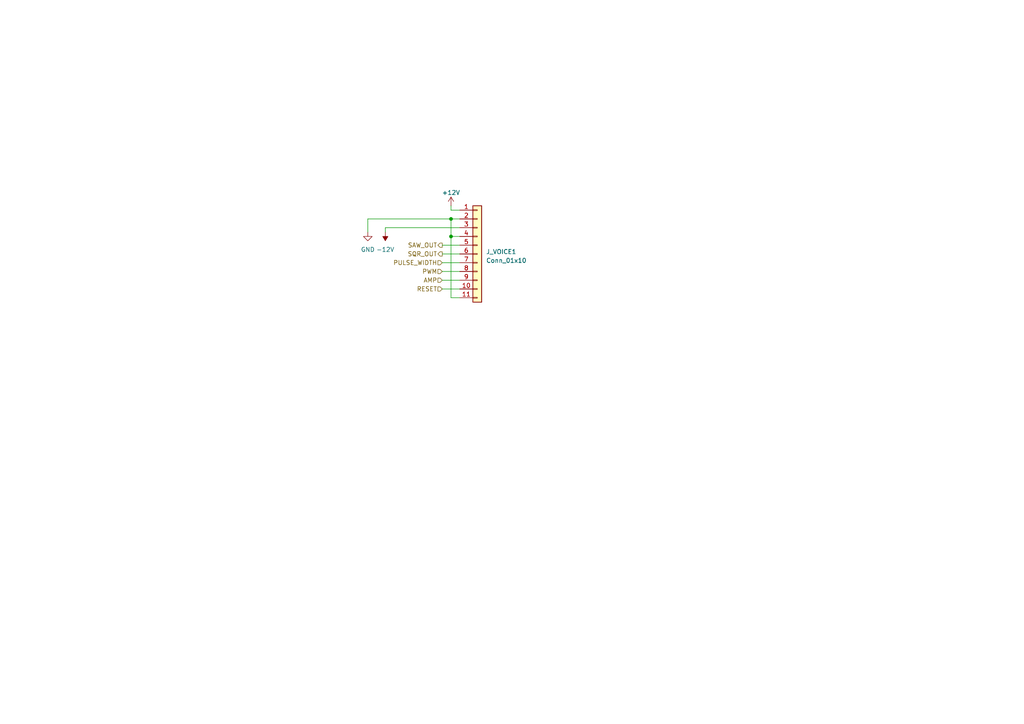
<source format=kicad_sch>
(kicad_sch (version 20230121) (generator eeschema)
  (paper "A4")
  (lib_symbols
    (symbol "Connector_Generic:Conn_01x11" (pin_names (offset 1.016) hide)
      (property "Reference" "J" (at 0 15.24 0))
      (property "Value" "Conn_01x11" (at 0 -15.24 0))
      (symbol "Conn_01x11_1_1"
        (rectangle (start -1.27 -12.573) (end 0 -12.827) (stroke (width 0.1524)))
        (rectangle (start -1.27 -10.033) (end 0 -10.287) (stroke (width 0.1524)))
        (rectangle (start -1.27 -7.493) (end 0 -7.747) (stroke (width 0.1524)))
        (rectangle (start -1.27 -4.953) (end 0 -5.207) (stroke (width 0.1524)))
        (rectangle (start -1.27 -2.413) (end 0 -2.667) (stroke (width 0.1524)))
        (rectangle (start -1.27 0.127) (end 0 -0.127) (stroke (width 0.1524)))
        (rectangle (start -1.27 2.667) (end 0 2.413) (stroke (width 0.1524)))
        (rectangle (start -1.27 5.207) (end 0 4.953) (stroke (width 0.1524)))
        (rectangle (start -1.27 7.747) (end 0 7.493) (stroke (width 0.1524)))
        (rectangle (start -1.27 10.287) (end 0 10.033) (stroke (width 0.1524)))
        (rectangle (start -1.27 12.827) (end 0 12.573) (stroke (width 0.1524)))
        (rectangle (start -1.27 13.97) (end 1.27 -13.97) (stroke (width 0.254)) (fill (type background)))
        (pin passive line (at -5.08 12.7 0) (length 3.81) (name "Pin_1") (number "1"))
        (pin passive line (at -5.08 -10.16 0) (length 3.81) (name "Pin_10") (number "10"))
        (pin passive line (at -5.08 -12.7 0) (length 3.81) (name "Pin_11") (number "11"))
        (pin passive line (at -5.08 10.16 0) (length 3.81) (name "Pin_2") (number "2"))
        (pin passive line (at -5.08 7.62 0) (length 3.81) (name "Pin_3") (number "3"))
        (pin passive line (at -5.08 5.08 0) (length 3.81) (name "Pin_4") (number "4"))
        (pin passive line (at -5.08 2.54 0) (length 3.81) (name "Pin_5") (number "5"))
        (pin passive line (at -5.08 0 0) (length 3.81) (name "Pin_6") (number "6"))
        (pin passive line (at -5.08 -2.54 0) (length 3.81) (name "Pin_7") (number "7"))
        (pin passive line (at -5.08 -5.08 0) (length 3.81) (name "Pin_8") (number "8"))
        (pin passive line (at -5.08 -7.62 0) (length 3.81) (name "Pin_9") (number "9"))
      )
    )
    (symbol "power:+12V" (power) (pin_names (offset 0))
      (property "Value" "+12V" (at 0 3.556 0))
      (symbol "+12V_0_1"
        (polyline (pts (xy -0.762 1.27) (xy 0 2.54)))
        (polyline (pts (xy 0 0) (xy 0 2.54)))
        (polyline (pts (xy 0 2.54) (xy 0.762 1.27)))
      )
      (symbol "+12V_1_1"
        (pin power_in line (at 0 0 90) (length 0) hide (name "+12V") (number "1"))
      )
    )
    (symbol "power:-12V" (power) (pin_names (offset 0))
      (property "Value" "-12V" (at 0 3.81 0))
      (symbol "-12V_0_0"
        (pin power_in line (at 0 0 90) (length 0) hide (name "-12V") (number "1"))
      )
      (symbol "-12V_0_1"
        (polyline (pts (xy 0 0) (xy 0 1.27) (xy 0.762 1.27) (xy 0 2.54) (xy -0.762 1.27) (xy 0 1.27)) (fill (type outline)))
      )
    )
    (symbol "power:GND" (power) (pin_names (offset 0))
      (property "Value" "GND" (at 0 -3.81 0))
      (symbol "GND_0_1"
        (polyline (pts (xy 0 0) (xy 0 -1.27) (xy 1.27 -1.27) (xy 0 -2.54) (xy -1.27 -1.27) (xy 0 -1.27)))
      )
      (symbol "GND_1_1"
        (pin power_in line (at 0 0 270) (length 0) hide (name "GND") (number "1"))
      )
    )
  )
  (junction (at 130.81 68.58))
  (junction (at 130.81 63.5))
  (wire (pts (xy 128.27 78.74) (xy 133.35 78.74)))
  (wire (pts (xy 130.81 86.36) (xy 130.81 68.58)))
  (wire (pts (xy 133.35 86.36) (xy 130.81 86.36)))
  (wire (pts (xy 133.35 68.58) (xy 130.81 68.58)))
  (wire (pts (xy 128.27 83.82) (xy 133.35 83.82)))
  (wire (pts (xy 128.27 71.12) (xy 133.35 71.12)))
  (wire (pts (xy 130.81 63.5) (xy 133.35 63.5)))
  (wire (pts (xy 128.27 73.66) (xy 133.35 73.66)))
  (wire (pts (xy 128.27 76.2) (xy 133.35 76.2)))
  (wire (pts (xy 130.81 60.96) (xy 133.35 60.96)))
  (wire (pts (xy 111.76 67.31) (xy 111.76 66.04)))
  (wire (pts (xy 106.68 67.31) (xy 106.68 63.5)))
  (wire (pts (xy 130.81 68.58) (xy 130.81 63.5)))
  (wire (pts (xy 130.81 59.69) (xy 130.81 60.96)))
  (wire (pts (xy 128.27 81.28) (xy 133.35 81.28)))
  (wire (pts (xy 106.68 63.5) (xy 130.81 63.5)))
  (wire (pts (xy 111.76 66.04) (xy 133.35 66.04)))
  (hierarchical_label "PULSE_WIDTH" (shape input) (at 128.27 76.2 180))
  (hierarchical_label "SAW_OUT" (shape output) (at 128.27 71.12 180))
  (hierarchical_label "RESET" (shape input) (at 128.27 83.82 180))
  (hierarchical_label "AMP" (shape input) (at 128.27 81.28 180))
  (hierarchical_label "PWM" (shape input) (at 128.27 78.74 180))
  (hierarchical_label "SQR_OUT" (shape output) (at 128.27 73.66 180))
  (symbol (lib_id "power:-12V") (at 111.76 67.31 180) (unit 1)
    (property "Reference" "#PWR02" (effects hide))
    (property "Value" "-12V" (at 111.76 72.39 0))
    (instances (project "shmoergh-funk-live-control" (path "" (reference "#PWR02") (unit 1)) (path "" (reference "#PWR01") (unit 1)) (path "" (reference "#PWR03") (unit 1)) (path "" (reference "#PWR04") (unit 1)) (path "" (reference "#PWR05") (unit 1)) (path "" (reference "#PWR06") (unit 1))))
  )
  (symbol (lib_id "power:GND") (at 106.68 67.31 0) (unit 1)
    (property "Reference" "#PWR08" (effects hide))
    (property "Value" "GND" (at 106.68 72.39 0))
    (instances (project "shmoergh-funk-live-control" (path "" (reference "#PWR08") (unit 1)) (path "" (reference "#PWR07") (unit 1)) (path "" (reference "#PWR09") (unit 1)) (path "" (reference "#PWR010") (unit 1)) (path "" (reference "#PWR011") (unit 1)) (path "" (reference "#PWR012") (unit 1))))
  )
  (symbol (lib_id "Connector_Generic:Conn_01x11") (at 138.43 73.66 0) (unit 1)
    (property "Reference" "J_VOICE1" (at 140.97 73.025 0) (effects (justify left)))
    (property "Value" "Conn_01x10" (at 140.97 75.565 0) (effects (justify left)))
    (property "Footprint" "Connector_PinSocket_2.54mm:PinSocket_1x11_P2.54mm_Vertical" (effects hide))
    (instances (project "shmoergh-funk-live-control" (path "" (reference "J_VOICE1") (unit 1)) (path "" (reference "J_VOICE2") (unit 1)) (path "" (reference "J_VOICE3") (unit 1)) (path "" (reference "J_VOICE4") (unit 1)) (path "" (reference "J_VOICE5") (unit 1)) (path "" (reference "J_VOICE6") (unit 1))))
  )
  (symbol (lib_id "power:+12V") (at 130.81 59.69 0) (unit 1)
    (property "Reference" "#PWR014" (effects hide))
    (property "Value" "+12V" (at 130.81 55.88 0))
    (instances (project "shmoergh-funk-live-control" (path "" (reference "#PWR014") (unit 1)) (path "" (reference "#PWR013") (unit 1)) (path "" (reference "#PWR015") (unit 1)) (path "" (reference "#PWR016") (unit 1)) (path "" (reference "#PWR017") (unit 1)) (path "" (reference "#PWR018") (unit 1))))
  )
)
</source>
